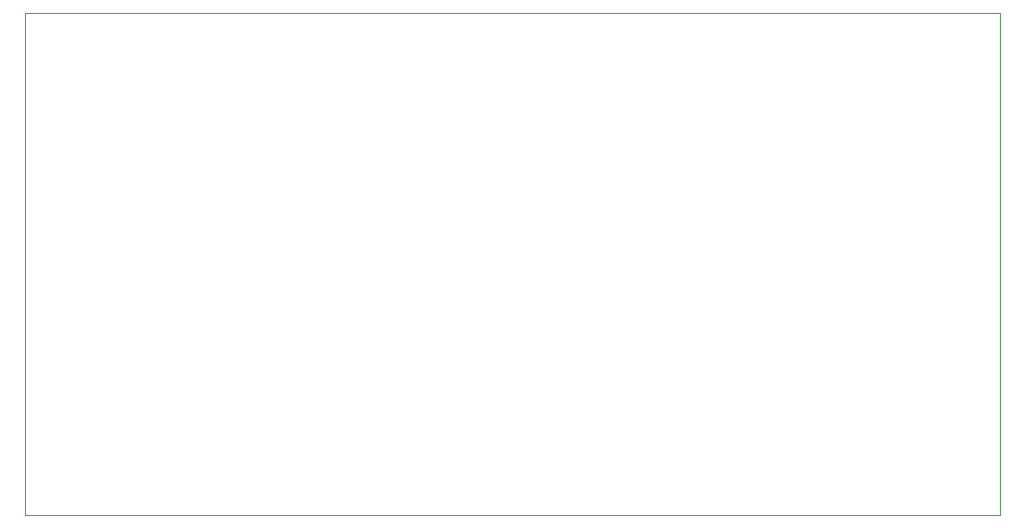
<source format=gbr>
%TF.GenerationSoftware,KiCad,Pcbnew,(5.1.9-0-10_14)*%
%TF.CreationDate,2021-05-30T08:25:23-04:00*%
%TF.ProjectId,MULTIPLEXER,4d554c54-4950-44c4-9558-45522e6b6963,rev?*%
%TF.SameCoordinates,Original*%
%TF.FileFunction,Profile,NP*%
%FSLAX46Y46*%
G04 Gerber Fmt 4.6, Leading zero omitted, Abs format (unit mm)*
G04 Created by KiCad (PCBNEW (5.1.9-0-10_14)) date 2021-05-30 08:25:23*
%MOMM*%
%LPD*%
G01*
G04 APERTURE LIST*
%TA.AperFunction,Profile*%
%ADD10C,0.050000*%
%TD*%
G04 APERTURE END LIST*
D10*
X104140000Y-73152000D02*
X106934000Y-73152000D01*
X104140000Y-119126000D02*
X104140000Y-73152000D01*
X193294000Y-119126000D02*
X104140000Y-119126000D01*
X193294000Y-73152000D02*
X193294000Y-119126000D01*
X106934000Y-73152000D02*
X193294000Y-73152000D01*
M02*

</source>
